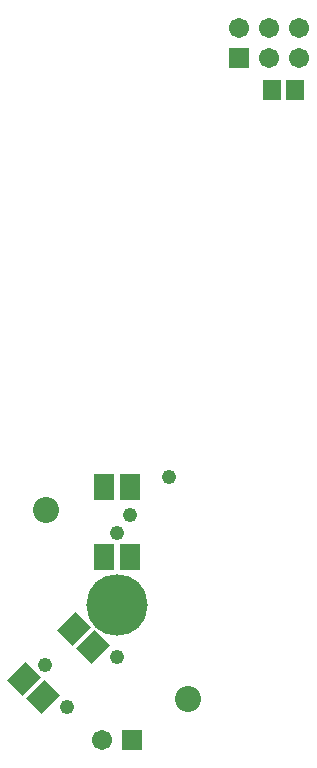
<source format=gbs>
G04 Layer_Color=16711935*
%FSLAX25Y25*%
%MOIN*%
G70*
G01*
G75*
%ADD24R,0.06312X0.06706*%
G04:AMPARAMS|DCode=25|XSize=86.74mil|YSize=70.99mil|CornerRadius=0mil|HoleSize=0mil|Usage=FLASHONLY|Rotation=225.000|XOffset=0mil|YOffset=0mil|HoleType=Round|Shape=Rectangle|*
%AMROTATEDRECTD25*
4,1,4,0.00557,0.05577,0.05577,0.00557,-0.00557,-0.05577,-0.05577,-0.00557,0.00557,0.05577,0.0*
%
%ADD25ROTATEDRECTD25*%

%ADD26R,0.07099X0.08674*%
%ADD27C,0.08674*%
%ADD28C,0.08674*%
%ADD29C,0.20485*%
%ADD30C,0.06706*%
%ADD31R,0.06706X0.06706*%
%ADD32C,0.04800*%
D24*
X51563Y171500D02*
D03*
X59437D02*
D03*
D25*
X-8073Y-14198D02*
D03*
X-24777Y-30901D02*
D03*
X-14198Y-8073D02*
D03*
X-30901Y-24776D02*
D03*
D26*
X-4331Y15748D02*
D03*
X-4331Y39370D02*
D03*
X4331Y15748D02*
D03*
Y39370D02*
D03*
D27*
X-23622Y31496D02*
D03*
D28*
X23622Y-31496D02*
D03*
D29*
X-0Y-0D02*
D03*
D30*
X60709Y192087D02*
D03*
Y182087D02*
D03*
X50709Y192087D02*
D03*
Y182087D02*
D03*
X40709Y192087D02*
D03*
X-5000Y-45000D02*
D03*
D31*
X40709Y182087D02*
D03*
X5000Y-45000D02*
D03*
D32*
X0Y-17500D02*
D03*
X-16703Y-34203D02*
D03*
X-24000Y-20000D02*
D03*
X17500Y42500D02*
D03*
X4500Y30000D02*
D03*
X0Y24000D02*
D03*
M02*

</source>
